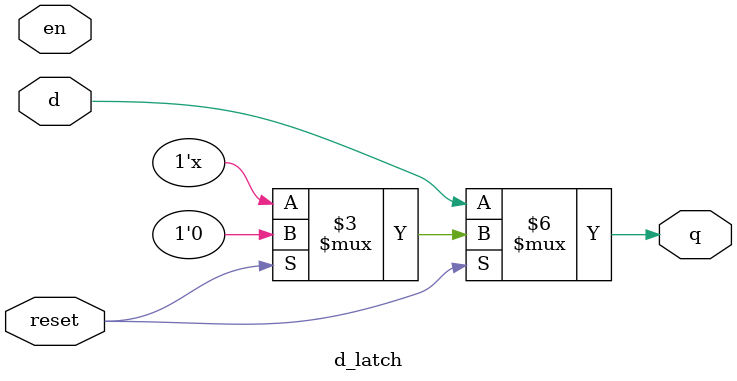
<source format=v>
module d_latch(
  input d,
  input en,
  input reset,
  output q);
  reg q;
 
  always @(en)
    begin
      if(!reset) 
        q <= d;
      else if(reset)
        q <=1'b0;
    end
endmodule
</source>
